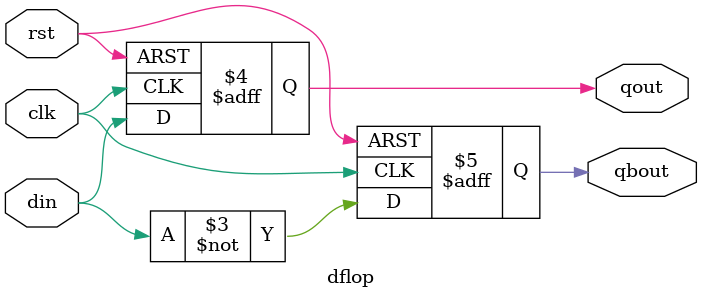
<source format=v>
/*--  *******************************************************
--  Computer Architecture Course, Laboratory Sources 
--  Amirkabir University of Technology (Tehran Polytechnic)
--  Department of Computer Engineering (CE-AUT)
--  https://ce[dot]aut[dot]ac[dot]ir
--  *******************************************************
--  All Rights reserved (C) 2019-2020
--  *******************************************************
--  Student ID  : 9831068
--  Student Name: Farshid Nooshi
--  Student Mail: farshidnooshi726@aut.ac.ir
--  *******************************************************
--  Additional Comments:
--
--*/

/*-----------------------------------------------------------
---  Module Name: D Flip Flop
---  Description: Lab 09 Part 1
-----------------------------------------------------------*/
`timescale 1 ns/1 ns

module dflop (
	input rst ,
	input clk ,
	input din ,
	output qout ,
	output qbout
);

	/* write your code here */
	
	reg qout, qbout, primary_q;
	always @ (negedge clk or posedge rst) 
	begin 
		if (rst == 1'b1)
			begin
				#5 qout = 1'b0;
				qbout = 1'b1;
			end
		else
			begin
				#5 qout = din;
				qbout = ~qout;
			end
	end
	/* write your code here */

endmodule
</source>
